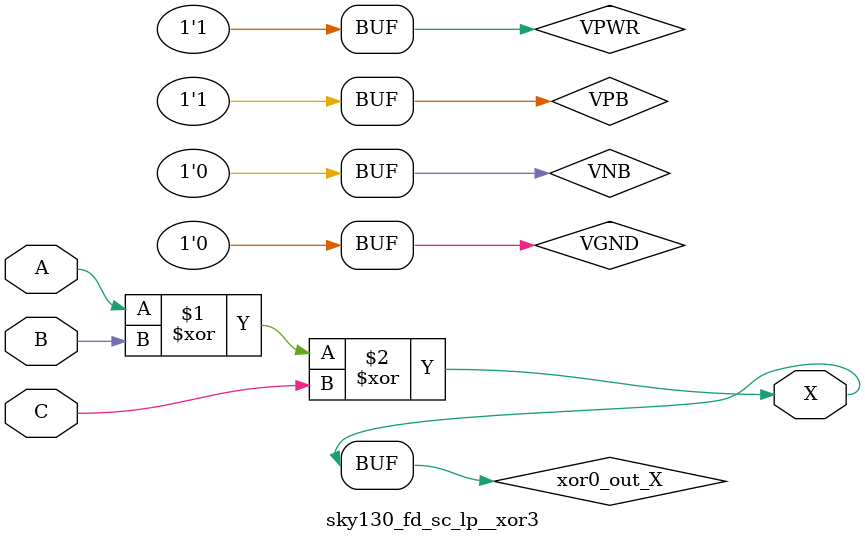
<source format=v>
/*
 * Copyright 2020 The SkyWater PDK Authors
 *
 * Licensed under the Apache License, Version 2.0 (the "License");
 * you may not use this file except in compliance with the License.
 * You may obtain a copy of the License at
 *
 *     https://www.apache.org/licenses/LICENSE-2.0
 *
 * Unless required by applicable law or agreed to in writing, software
 * distributed under the License is distributed on an "AS IS" BASIS,
 * WITHOUT WARRANTIES OR CONDITIONS OF ANY KIND, either express or implied.
 * See the License for the specific language governing permissions and
 * limitations under the License.
 *
 * SPDX-License-Identifier: Apache-2.0
*/


`ifndef SKY130_FD_SC_LP__XOR3_BEHAVIORAL_V
`define SKY130_FD_SC_LP__XOR3_BEHAVIORAL_V

/**
 * xor3: 3-input exclusive OR.
 *
 *       X = A ^ B ^ C
 *
 * Verilog simulation functional model.
 */

`timescale 1ns / 1ps
`default_nettype none

`celldefine
module sky130_fd_sc_lp__xor3 (
    X,
    A,
    B,
    C
);

    // Module ports
    output X;
    input  A;
    input  B;
    input  C;

    // Module supplies
    supply1 VPWR;
    supply0 VGND;
    supply1 VPB ;
    supply0 VNB ;

    // Local signals
    wire xor0_out_X;

    //  Name  Output      Other arguments
    xor xor0 (xor0_out_X, A, B, C        );
    buf buf0 (X         , xor0_out_X     );

endmodule
`endcelldefine

`default_nettype wire
`endif  // SKY130_FD_SC_LP__XOR3_BEHAVIORAL_V
</source>
